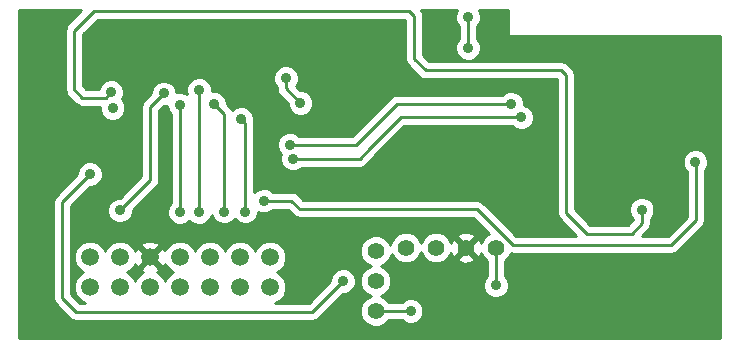
<source format=gbl>
G04 #@! TF.FileFunction,Copper,L4,Bot,Signal*
%FSLAX46Y46*%
G04 Gerber Fmt 4.6, Leading zero omitted, Abs format (unit mm)*
G04 Created by KiCad (PCBNEW (2014-11-02 BZR 5250)-product) date 2/2/2015 7:49:39 PM*
%MOMM*%
G01*
G04 APERTURE LIST*
%ADD10C,0.100000*%
%ADD11C,1.397000*%
%ADD12C,1.506220*%
%ADD13C,0.889000*%
%ADD14C,0.254000*%
G04 APERTURE END LIST*
D10*
D11*
X168447400Y-96956400D03*
X168447400Y-94416400D03*
X168457400Y-91876400D03*
D12*
X159496600Y-92406000D03*
X159496600Y-94946000D03*
X156956600Y-92406000D03*
X156956600Y-94946000D03*
X154416600Y-92406000D03*
X154416600Y-94946000D03*
X151876600Y-92406000D03*
X151876600Y-94946000D03*
X149336600Y-92406000D03*
X149336600Y-94946000D03*
X146796600Y-92406000D03*
X146796600Y-94946000D03*
X144256600Y-92406000D03*
X144256600Y-94946000D03*
D11*
X171013600Y-91587000D03*
X173553600Y-91587000D03*
X176093600Y-91597000D03*
X178633600Y-91597000D03*
D13*
X144246600Y-85369400D03*
X165684200Y-94437200D03*
X146037300Y-78435200D03*
X190969900Y-88379300D03*
X195503800Y-84353400D03*
X146177000Y-79806800D03*
X158991300Y-87617300D03*
X180771800Y-80568800D03*
X161442400Y-84048600D03*
X179882800Y-79400400D03*
X161188400Y-82880200D03*
X162077400Y-79349600D03*
X160832800Y-77241400D03*
X157048200Y-80721200D03*
X157403800Y-88544400D03*
X154762200Y-79451200D03*
X155625800Y-88544400D03*
X153492200Y-78232000D03*
X153492200Y-88595200D03*
X151866600Y-79502000D03*
X151866600Y-88595200D03*
X176276000Y-74676000D03*
X176276000Y-72085200D03*
X150495000Y-78536800D03*
X146786600Y-88442800D03*
X149339300Y-88620600D03*
X176093120Y-94813120D03*
X163271200Y-78574900D03*
X145719800Y-76250800D03*
X141732000Y-85191600D03*
X149987000Y-73533000D03*
X195630800Y-81788000D03*
X195478400Y-74549000D03*
X180174900Y-85458300D03*
X193738500Y-87274400D03*
X189788800Y-87020400D03*
X186182000Y-86702900D03*
X179412900Y-74574400D03*
X171411900Y-96951800D03*
X178628040Y-94787720D03*
D14*
X144246600Y-85369400D02*
X141884400Y-87731600D01*
X141884400Y-87731600D02*
X141884400Y-95859600D01*
X141884400Y-95859600D02*
X143052800Y-97028000D01*
X143052800Y-97028000D02*
X163093400Y-97028000D01*
X163093400Y-97028000D02*
X165684200Y-94437200D01*
X184569100Y-77000100D02*
X184150000Y-76581000D01*
X184150000Y-76581000D02*
X172681900Y-76581000D01*
X172681900Y-76581000D02*
X171729400Y-75628500D01*
X145580100Y-78892400D02*
X146037300Y-78435200D01*
X143598900Y-78892400D02*
X145580100Y-78892400D01*
X142887700Y-78181200D02*
X143598900Y-78892400D01*
X142887700Y-73215500D02*
X142887700Y-78181200D01*
X144576800Y-71526400D02*
X142887700Y-73215500D01*
X171259500Y-71526400D02*
X144576800Y-71526400D01*
X171729400Y-71996300D02*
X171259500Y-71526400D01*
X171729400Y-75628500D02*
X171729400Y-71996300D01*
X184569100Y-88658700D02*
X184569100Y-77622400D01*
X186309000Y-90398600D02*
X184569100Y-88658700D01*
X190106300Y-90398600D02*
X186309000Y-90398600D01*
X190982600Y-89522300D02*
X190106300Y-90398600D01*
X190982600Y-88392000D02*
X190982600Y-89522300D01*
X190969900Y-88379300D02*
X190982600Y-88392000D01*
X184569100Y-77622400D02*
X184569100Y-77000100D01*
X195503800Y-84353400D02*
X195529200Y-84378800D01*
X195529200Y-84378800D02*
X195529200Y-89281000D01*
X195529200Y-89281000D02*
X193471800Y-91338400D01*
X180949600Y-91338400D02*
X180924200Y-91338400D01*
X193471800Y-91338400D02*
X180949600Y-91338400D01*
X180035200Y-91338400D02*
X178269900Y-89573100D01*
X161302700Y-87617300D02*
X158991300Y-87617300D01*
X162001200Y-88315800D02*
X161302700Y-87617300D01*
X177012600Y-88315800D02*
X162001200Y-88315800D01*
X178269900Y-89573100D02*
X177012600Y-88315800D01*
X180949600Y-91338400D02*
X180035200Y-91338400D01*
X170561000Y-80568800D02*
X167970200Y-83159600D01*
X167081200Y-84048600D02*
X161442400Y-84048600D01*
X167970200Y-83159600D02*
X167081200Y-84048600D01*
X180771800Y-80568800D02*
X170561000Y-80568800D01*
X170256200Y-79400400D02*
X167792400Y-81864200D01*
X166776400Y-82880200D02*
X161188400Y-82880200D01*
X167792400Y-81864200D02*
X166776400Y-82880200D01*
X179882800Y-79400400D02*
X170256200Y-79400400D01*
X162077400Y-79349600D02*
X160832800Y-78105000D01*
X160832800Y-78105000D02*
X160832800Y-77241400D01*
X157048200Y-80721200D02*
X157403800Y-81076800D01*
X157403800Y-81076800D02*
X157403800Y-88544400D01*
X154762200Y-79451200D02*
X155625800Y-80314800D01*
X155625800Y-80314800D02*
X155625800Y-88544400D01*
X153492200Y-78232000D02*
X153492200Y-88595200D01*
X151866600Y-79502000D02*
X151866600Y-88595200D01*
X176276000Y-74676000D02*
X176276000Y-72085200D01*
X150495000Y-78536800D02*
X149377400Y-79654400D01*
X149377400Y-79654400D02*
X149377400Y-85852000D01*
X149377400Y-85852000D02*
X146786600Y-88442800D01*
X141732000Y-85191600D02*
X141757400Y-85191600D01*
X189788800Y-87020400D02*
X189839600Y-86969600D01*
X189839600Y-86969600D02*
X189839600Y-86956900D01*
X168447400Y-96956400D02*
X171407300Y-96956400D01*
X171407300Y-96956400D02*
X171411900Y-96951800D01*
X178633600Y-91597000D02*
X178633600Y-94782160D01*
X178633600Y-94782160D02*
X178628040Y-94787720D01*
G36*
X197586600Y-99263200D02*
X176848183Y-99263200D01*
X176848183Y-92531188D01*
X176093600Y-91776605D01*
X175913995Y-91956210D01*
X175913995Y-91597000D01*
X175159412Y-90842417D01*
X174923800Y-90904071D01*
X174827417Y-91177911D01*
X174684746Y-90832620D01*
X174309953Y-90457173D01*
X173820013Y-90253732D01*
X173289514Y-90253269D01*
X172799220Y-90455854D01*
X172423773Y-90830647D01*
X172283506Y-91168446D01*
X172144746Y-90832620D01*
X171769953Y-90457173D01*
X171280013Y-90253732D01*
X170749514Y-90253269D01*
X170259220Y-90455854D01*
X169883773Y-90830647D01*
X169680332Y-91320587D01*
X169680311Y-91344109D01*
X169588546Y-91122020D01*
X169213753Y-90746573D01*
X168723813Y-90543132D01*
X168193314Y-90542669D01*
X167703020Y-90745254D01*
X167327573Y-91120047D01*
X167124132Y-91609987D01*
X167123669Y-92140486D01*
X167326254Y-92630780D01*
X167701047Y-93006227D01*
X168033858Y-93144422D01*
X167693020Y-93285254D01*
X167317573Y-93660047D01*
X167114132Y-94149987D01*
X167113669Y-94680486D01*
X167316254Y-95170780D01*
X167691047Y-95546227D01*
X168028846Y-95686493D01*
X167693020Y-95825254D01*
X167317573Y-96200047D01*
X167114132Y-96689987D01*
X167113669Y-97220486D01*
X167316254Y-97710780D01*
X167691047Y-98086227D01*
X168180987Y-98289668D01*
X168711486Y-98290131D01*
X169201780Y-98087546D01*
X169571570Y-97718400D01*
X170651850Y-97718400D01*
X170799614Y-97866422D01*
X171196232Y-98031113D01*
X171625684Y-98031487D01*
X172022589Y-97867489D01*
X172326522Y-97564086D01*
X172491213Y-97167468D01*
X172491587Y-96738016D01*
X172327589Y-96341111D01*
X172024186Y-96037178D01*
X171627568Y-95872487D01*
X171198116Y-95872113D01*
X170801211Y-96036111D01*
X170642645Y-96194400D01*
X169570939Y-96194400D01*
X169203753Y-95826573D01*
X168865953Y-95686306D01*
X169201780Y-95547546D01*
X169577227Y-95172753D01*
X169780668Y-94682813D01*
X169781131Y-94152314D01*
X169578546Y-93662020D01*
X169203753Y-93286573D01*
X168870941Y-93148377D01*
X169211780Y-93007546D01*
X169587227Y-92632753D01*
X169790668Y-92142813D01*
X169790688Y-92119290D01*
X169882454Y-92341380D01*
X170257247Y-92716827D01*
X170747187Y-92920268D01*
X171277686Y-92920731D01*
X171767980Y-92718146D01*
X172143427Y-92343353D01*
X172283693Y-92005553D01*
X172422454Y-92341380D01*
X172797247Y-92716827D01*
X173287187Y-92920268D01*
X173817686Y-92920731D01*
X174307980Y-92718146D01*
X174683427Y-92343353D01*
X174814839Y-92026875D01*
X174923800Y-92289929D01*
X175159412Y-92351583D01*
X175913995Y-91597000D01*
X175913995Y-91956210D01*
X175339017Y-92531188D01*
X175400671Y-92766800D01*
X175901080Y-92942927D01*
X176430799Y-92914148D01*
X176786529Y-92766800D01*
X176848183Y-92531188D01*
X176848183Y-99263200D01*
X166763887Y-99263200D01*
X166763887Y-94223416D01*
X166599889Y-93826511D01*
X166296486Y-93522578D01*
X165899868Y-93357887D01*
X165470416Y-93357513D01*
X165073511Y-93521511D01*
X164769578Y-93824914D01*
X164604887Y-94221532D01*
X164604697Y-94439071D01*
X162777769Y-96266000D01*
X159936922Y-96266000D01*
X160281874Y-96123469D01*
X160672696Y-95733328D01*
X160884469Y-95223324D01*
X160884951Y-94671099D01*
X160674069Y-94160726D01*
X160283928Y-93769904D01*
X160057857Y-93676030D01*
X160281874Y-93583469D01*
X160672696Y-93193328D01*
X160884469Y-92683324D01*
X160884951Y-92131099D01*
X160674069Y-91620726D01*
X160283928Y-91229904D01*
X159773924Y-91018131D01*
X159221699Y-91017649D01*
X158711326Y-91228531D01*
X158320504Y-91618672D01*
X158226630Y-91844742D01*
X158134069Y-91620726D01*
X157743928Y-91229904D01*
X157233924Y-91018131D01*
X156681699Y-91017649D01*
X156171326Y-91228531D01*
X155780504Y-91618672D01*
X155686630Y-91844742D01*
X155594069Y-91620726D01*
X155203928Y-91229904D01*
X154693924Y-91018131D01*
X154141699Y-91017649D01*
X153631326Y-91228531D01*
X153240504Y-91618672D01*
X153146630Y-91844742D01*
X153054069Y-91620726D01*
X152663928Y-91229904D01*
X152153924Y-91018131D01*
X151601699Y-91017649D01*
X151091326Y-91228531D01*
X150700504Y-91618672D01*
X150613217Y-91828880D01*
X150551635Y-91680207D01*
X150310372Y-91611834D01*
X150130766Y-91791439D01*
X150130766Y-91432228D01*
X150062393Y-91190965D01*
X149542172Y-91005704D01*
X148990654Y-91033627D01*
X148610807Y-91190965D01*
X148542434Y-91432228D01*
X149336600Y-92226395D01*
X150130766Y-91432228D01*
X150130766Y-91791439D01*
X149516205Y-92406000D01*
X150310372Y-93200166D01*
X150551635Y-93131793D01*
X150608535Y-92972015D01*
X150699131Y-93191274D01*
X151089272Y-93582096D01*
X151315342Y-93675969D01*
X151091326Y-93768531D01*
X150700504Y-94158672D01*
X150606630Y-94384742D01*
X150514069Y-94160726D01*
X150123928Y-93769904D01*
X149913719Y-93682617D01*
X150062393Y-93621035D01*
X150130766Y-93379772D01*
X149336600Y-92585605D01*
X148542434Y-93379772D01*
X148610807Y-93621035D01*
X148770584Y-93677935D01*
X148551326Y-93768531D01*
X148160504Y-94158672D01*
X148066630Y-94384742D01*
X147974069Y-94160726D01*
X147583928Y-93769904D01*
X147357857Y-93676030D01*
X147581874Y-93583469D01*
X147972696Y-93193328D01*
X148059982Y-92983119D01*
X148121565Y-93131793D01*
X148362828Y-93200166D01*
X149156995Y-92406000D01*
X148362828Y-91611834D01*
X148121565Y-91680207D01*
X148064664Y-91839984D01*
X147974069Y-91620726D01*
X147583928Y-91229904D01*
X147073924Y-91018131D01*
X146521699Y-91017649D01*
X146011326Y-91228531D01*
X145620504Y-91618672D01*
X145526630Y-91844742D01*
X145434069Y-91620726D01*
X145043928Y-91229904D01*
X144533924Y-91018131D01*
X143981699Y-91017649D01*
X143471326Y-91228531D01*
X143080504Y-91618672D01*
X142868731Y-92128676D01*
X142868249Y-92680901D01*
X143079131Y-93191274D01*
X143469272Y-93582096D01*
X143695342Y-93675969D01*
X143471326Y-93768531D01*
X143080504Y-94158672D01*
X142868731Y-94668676D01*
X142868249Y-95220901D01*
X143079131Y-95731274D01*
X143469272Y-96122096D01*
X143815829Y-96266000D01*
X143368429Y-96266000D01*
X142646400Y-95543970D01*
X142646400Y-88047230D01*
X144244731Y-86448899D01*
X144460384Y-86449087D01*
X144857289Y-86285089D01*
X145161222Y-85981686D01*
X145325913Y-85585068D01*
X145326287Y-85155616D01*
X145162289Y-84758711D01*
X144858886Y-84454778D01*
X144462268Y-84290087D01*
X144032816Y-84289713D01*
X143635911Y-84453711D01*
X143331978Y-84757114D01*
X143167287Y-85153732D01*
X143167097Y-85371271D01*
X141345585Y-87192785D01*
X141180404Y-87439995D01*
X141122400Y-87731600D01*
X141122400Y-95859600D01*
X141180404Y-96151205D01*
X141345585Y-96398415D01*
X142513985Y-97566815D01*
X142761195Y-97731996D01*
X143052800Y-97790000D01*
X163093400Y-97790000D01*
X163093400Y-97789999D01*
X163385004Y-97731996D01*
X163385005Y-97731996D01*
X163632215Y-97566815D01*
X165682331Y-95516699D01*
X165897984Y-95516887D01*
X166294889Y-95352889D01*
X166598822Y-95049486D01*
X166763513Y-94652868D01*
X166763887Y-94223416D01*
X166763887Y-99263200D01*
X138277490Y-99263200D01*
X138253485Y-71513543D01*
X143518451Y-71507118D01*
X142348885Y-72676685D01*
X142183704Y-72923895D01*
X142125700Y-73215500D01*
X142125700Y-78181200D01*
X142183704Y-78472805D01*
X142348885Y-78720015D01*
X143060085Y-79431216D01*
X143208276Y-79530234D01*
X143307295Y-79596396D01*
X143307296Y-79596396D01*
X143598900Y-79654400D01*
X145097631Y-79654400D01*
X145097313Y-80020584D01*
X145261311Y-80417489D01*
X145564714Y-80721422D01*
X145961332Y-80886113D01*
X146390784Y-80886487D01*
X146787689Y-80722489D01*
X147091622Y-80419086D01*
X147256313Y-80022468D01*
X147256687Y-79593016D01*
X147092689Y-79196111D01*
X146948115Y-79051285D01*
X146951922Y-79047486D01*
X147116613Y-78650868D01*
X147116987Y-78221416D01*
X146952989Y-77824511D01*
X146649586Y-77520578D01*
X146252968Y-77355887D01*
X145823516Y-77355513D01*
X145426611Y-77519511D01*
X145122678Y-77822914D01*
X144994998Y-78130400D01*
X143914530Y-78130400D01*
X143649700Y-77865569D01*
X143649700Y-73531130D01*
X144892430Y-72288400D01*
X170943870Y-72288400D01*
X170967400Y-72311930D01*
X170967400Y-75628500D01*
X171025404Y-75920105D01*
X171190585Y-76167315D01*
X172143084Y-77119815D01*
X172143085Y-77119815D01*
X172390295Y-77284996D01*
X172681900Y-77343000D01*
X183807100Y-77343000D01*
X183807100Y-77622400D01*
X183807100Y-88658700D01*
X183865104Y-88950305D01*
X184030285Y-89197515D01*
X185409170Y-90576400D01*
X181851487Y-90576400D01*
X181851487Y-80355016D01*
X181687489Y-79958111D01*
X181384086Y-79654178D01*
X180987468Y-79489487D01*
X180962223Y-79489465D01*
X180962487Y-79186616D01*
X180798489Y-78789711D01*
X180495086Y-78485778D01*
X180098468Y-78321087D01*
X179669016Y-78320713D01*
X179272111Y-78484711D01*
X179118153Y-78638400D01*
X170256200Y-78638400D01*
X169964595Y-78696404D01*
X169717384Y-78861585D01*
X167253585Y-81325385D01*
X166460770Y-82118200D01*
X163157087Y-82118200D01*
X163157087Y-79135816D01*
X162993089Y-78738911D01*
X162689686Y-78434978D01*
X162293068Y-78270287D01*
X162075528Y-78270097D01*
X161703230Y-77897800D01*
X161747422Y-77853686D01*
X161912113Y-77457068D01*
X161912487Y-77027616D01*
X161748489Y-76630711D01*
X161445086Y-76326778D01*
X161048468Y-76162087D01*
X160619016Y-76161713D01*
X160222111Y-76325711D01*
X159918178Y-76629114D01*
X159753487Y-77025732D01*
X159753113Y-77455184D01*
X159917111Y-77852089D01*
X160070800Y-78006046D01*
X160070800Y-78105000D01*
X160128804Y-78396605D01*
X160293985Y-78643815D01*
X160997900Y-79347731D01*
X160997713Y-79563384D01*
X161161711Y-79960289D01*
X161465114Y-80264222D01*
X161861732Y-80428913D01*
X162291184Y-80429287D01*
X162688089Y-80265289D01*
X162992022Y-79961886D01*
X163156713Y-79565268D01*
X163157087Y-79135816D01*
X163157087Y-82118200D01*
X161953041Y-82118200D01*
X161800686Y-81965578D01*
X161404068Y-81800887D01*
X160974616Y-81800513D01*
X160577711Y-81964511D01*
X160273778Y-82267914D01*
X160109087Y-82664532D01*
X160108713Y-83093984D01*
X160272711Y-83490889D01*
X160436843Y-83655308D01*
X160363087Y-83832932D01*
X160362713Y-84262384D01*
X160526711Y-84659289D01*
X160830114Y-84963222D01*
X161226732Y-85127913D01*
X161656184Y-85128287D01*
X162053089Y-84964289D01*
X162207046Y-84810600D01*
X167081200Y-84810600D01*
X167081200Y-84810599D01*
X167372804Y-84752596D01*
X167372805Y-84752596D01*
X167620015Y-84587415D01*
X168509015Y-83698415D01*
X170876630Y-81330800D01*
X180007158Y-81330800D01*
X180159514Y-81483422D01*
X180556132Y-81648113D01*
X180985584Y-81648487D01*
X181382489Y-81484489D01*
X181686422Y-81181086D01*
X181851113Y-80784468D01*
X181851487Y-80355016D01*
X181851487Y-90576400D01*
X180949600Y-90576400D01*
X180924200Y-90576400D01*
X180350830Y-90576400D01*
X178808718Y-89034288D01*
X178808716Y-89034285D01*
X177551415Y-87776985D01*
X177304205Y-87611804D01*
X177012600Y-87553800D01*
X162316830Y-87553800D01*
X161841515Y-87078485D01*
X161594305Y-86913304D01*
X161302700Y-86855300D01*
X159755941Y-86855300D01*
X159603586Y-86702678D01*
X159206968Y-86537987D01*
X158777516Y-86537613D01*
X158380611Y-86701611D01*
X158165800Y-86916047D01*
X158165800Y-81076800D01*
X158127558Y-80884549D01*
X158127558Y-80884547D01*
X158127887Y-80507416D01*
X157963889Y-80110511D01*
X157660486Y-79806578D01*
X157263868Y-79641887D01*
X156834416Y-79641513D01*
X156437511Y-79805511D01*
X156285642Y-79957114D01*
X156164615Y-79775985D01*
X155841699Y-79453069D01*
X155841887Y-79237416D01*
X155677889Y-78840511D01*
X155374486Y-78536578D01*
X154977868Y-78371887D01*
X154571579Y-78371533D01*
X154571887Y-78018216D01*
X154407889Y-77621311D01*
X154104486Y-77317378D01*
X153707868Y-77152687D01*
X153278416Y-77152313D01*
X152881511Y-77316311D01*
X152577578Y-77619714D01*
X152412887Y-78016332D01*
X152412513Y-78445784D01*
X152469389Y-78583434D01*
X152082268Y-78422687D01*
X151652816Y-78422313D01*
X151574572Y-78454642D01*
X151574687Y-78323016D01*
X151410689Y-77926111D01*
X151107286Y-77622178D01*
X150710668Y-77457487D01*
X150281216Y-77457113D01*
X149884311Y-77621111D01*
X149580378Y-77924514D01*
X149415687Y-78321132D01*
X149415497Y-78538672D01*
X148838585Y-79115585D01*
X148673404Y-79362795D01*
X148615400Y-79654400D01*
X148615400Y-85536369D01*
X146788468Y-87363300D01*
X146572816Y-87363113D01*
X146175911Y-87527111D01*
X145871978Y-87830514D01*
X145707287Y-88227132D01*
X145706913Y-88656584D01*
X145870911Y-89053489D01*
X146174314Y-89357422D01*
X146570932Y-89522113D01*
X147000384Y-89522487D01*
X147397289Y-89358489D01*
X147701222Y-89055086D01*
X147865913Y-88658468D01*
X147866102Y-88440927D01*
X149916215Y-86390816D01*
X149916215Y-86390815D01*
X150081396Y-86143605D01*
X150139399Y-85852000D01*
X150139400Y-85852000D01*
X150139400Y-79970030D01*
X150493130Y-79616299D01*
X150708784Y-79616487D01*
X150787027Y-79584157D01*
X150786913Y-79715784D01*
X150950911Y-80112689D01*
X151104600Y-80266646D01*
X151104600Y-87830558D01*
X150951978Y-87982914D01*
X150787287Y-88379532D01*
X150786913Y-88808984D01*
X150950911Y-89205889D01*
X151254314Y-89509822D01*
X151650932Y-89674513D01*
X152080384Y-89674887D01*
X152477289Y-89510889D01*
X152679486Y-89309044D01*
X152879914Y-89509822D01*
X153276532Y-89674513D01*
X153705984Y-89674887D01*
X154102889Y-89510889D01*
X154406822Y-89207486D01*
X154569692Y-88815251D01*
X154710111Y-89155089D01*
X155013514Y-89459022D01*
X155410132Y-89623713D01*
X155839584Y-89624087D01*
X156236489Y-89460089D01*
X156515019Y-89182044D01*
X156791514Y-89459022D01*
X157188132Y-89623713D01*
X157617584Y-89624087D01*
X158014489Y-89460089D01*
X158318422Y-89156686D01*
X158483113Y-88760068D01*
X158483273Y-88575214D01*
X158775632Y-88696613D01*
X159205084Y-88696987D01*
X159601989Y-88532989D01*
X159755946Y-88379300D01*
X160987070Y-88379300D01*
X161462385Y-88854615D01*
X161709595Y-89019796D01*
X162001200Y-89077800D01*
X176696969Y-89077800D01*
X177731085Y-90111916D01*
X177731088Y-90111918D01*
X178024850Y-90405680D01*
X177879220Y-90465854D01*
X177503773Y-90840647D01*
X177370286Y-91162118D01*
X177263400Y-90904071D01*
X177027788Y-90842417D01*
X176848183Y-91022022D01*
X176848183Y-90662812D01*
X176786529Y-90427200D01*
X176286120Y-90251073D01*
X175756401Y-90279852D01*
X175400671Y-90427200D01*
X175339017Y-90662812D01*
X176093600Y-91417395D01*
X176848183Y-90662812D01*
X176848183Y-91022022D01*
X176273205Y-91597000D01*
X177027788Y-92351583D01*
X177263400Y-92289929D01*
X177361683Y-92010688D01*
X177502454Y-92351380D01*
X177871600Y-92721170D01*
X177871600Y-94017527D01*
X177713418Y-94175434D01*
X177548727Y-94572052D01*
X177548353Y-95001504D01*
X177712351Y-95398409D01*
X178015754Y-95702342D01*
X178412372Y-95867033D01*
X178841824Y-95867407D01*
X179238729Y-95703409D01*
X179542662Y-95400006D01*
X179707353Y-95003388D01*
X179707727Y-94573936D01*
X179543729Y-94177031D01*
X179395600Y-94028643D01*
X179395600Y-92720539D01*
X179763427Y-92353353D01*
X179881183Y-92069764D01*
X180035200Y-92100400D01*
X180924200Y-92100400D01*
X180949600Y-92100400D01*
X193471800Y-92100400D01*
X193471800Y-92100399D01*
X193763404Y-92042396D01*
X193763405Y-92042396D01*
X194010615Y-91877215D01*
X196068015Y-89819815D01*
X196233196Y-89572605D01*
X196233196Y-89572604D01*
X196291199Y-89281000D01*
X196291200Y-89281000D01*
X196291200Y-85092686D01*
X196418422Y-84965686D01*
X196583113Y-84569068D01*
X196583487Y-84139616D01*
X196419489Y-83742711D01*
X196116086Y-83438778D01*
X195719468Y-83274087D01*
X195290016Y-83273713D01*
X194893111Y-83437711D01*
X194589178Y-83741114D01*
X194424487Y-84137732D01*
X194424113Y-84567184D01*
X194588111Y-84964089D01*
X194767200Y-85143490D01*
X194767200Y-88965370D01*
X193156170Y-90576400D01*
X191006130Y-90576400D01*
X191521415Y-90061116D01*
X191521415Y-90061115D01*
X191686596Y-89813905D01*
X191744599Y-89522300D01*
X191744600Y-89522300D01*
X191744600Y-89131264D01*
X191884522Y-88991586D01*
X192049213Y-88594968D01*
X192049587Y-88165516D01*
X191885589Y-87768611D01*
X191582186Y-87464678D01*
X191185568Y-87299987D01*
X190756116Y-87299613D01*
X190359211Y-87463611D01*
X190055278Y-87767014D01*
X189890587Y-88163632D01*
X189890213Y-88593084D01*
X190054211Y-88989989D01*
X190220600Y-89156668D01*
X190220600Y-89206669D01*
X189790669Y-89636600D01*
X186624630Y-89636600D01*
X185331100Y-88343070D01*
X185331100Y-77622400D01*
X185331100Y-77000100D01*
X185273096Y-76708496D01*
X185273096Y-76708495D01*
X185107915Y-76461285D01*
X184688815Y-76042185D01*
X184441605Y-75877004D01*
X184150000Y-75819000D01*
X172997530Y-75819000D01*
X172491400Y-75312869D01*
X172491400Y-71996300D01*
X172433396Y-71704696D01*
X172433396Y-71704695D01*
X172277930Y-71472024D01*
X175366043Y-71468256D01*
X175361378Y-71472914D01*
X175196687Y-71869532D01*
X175196313Y-72298984D01*
X175360311Y-72695889D01*
X175514000Y-72849846D01*
X175514000Y-73911358D01*
X175361378Y-74063714D01*
X175196687Y-74460332D01*
X175196313Y-74889784D01*
X175360311Y-75286689D01*
X175663714Y-75590622D01*
X176060332Y-75755313D01*
X176489784Y-75755687D01*
X176886689Y-75591689D01*
X177190622Y-75288286D01*
X177355313Y-74891668D01*
X177355687Y-74462216D01*
X177191689Y-74065311D01*
X177038000Y-73911353D01*
X177038000Y-72849841D01*
X177190622Y-72697486D01*
X177355313Y-72300868D01*
X177355687Y-71871416D01*
X177191689Y-71474511D01*
X177183231Y-71466039D01*
X179628800Y-71463055D01*
X179628800Y-73660000D01*
X197586600Y-73660000D01*
X197586600Y-99263200D01*
X197586600Y-99263200D01*
G37*
X197586600Y-99263200D02*
X176848183Y-99263200D01*
X176848183Y-92531188D01*
X176093600Y-91776605D01*
X175913995Y-91956210D01*
X175913995Y-91597000D01*
X175159412Y-90842417D01*
X174923800Y-90904071D01*
X174827417Y-91177911D01*
X174684746Y-90832620D01*
X174309953Y-90457173D01*
X173820013Y-90253732D01*
X173289514Y-90253269D01*
X172799220Y-90455854D01*
X172423773Y-90830647D01*
X172283506Y-91168446D01*
X172144746Y-90832620D01*
X171769953Y-90457173D01*
X171280013Y-90253732D01*
X170749514Y-90253269D01*
X170259220Y-90455854D01*
X169883773Y-90830647D01*
X169680332Y-91320587D01*
X169680311Y-91344109D01*
X169588546Y-91122020D01*
X169213753Y-90746573D01*
X168723813Y-90543132D01*
X168193314Y-90542669D01*
X167703020Y-90745254D01*
X167327573Y-91120047D01*
X167124132Y-91609987D01*
X167123669Y-92140486D01*
X167326254Y-92630780D01*
X167701047Y-93006227D01*
X168033858Y-93144422D01*
X167693020Y-93285254D01*
X167317573Y-93660047D01*
X167114132Y-94149987D01*
X167113669Y-94680486D01*
X167316254Y-95170780D01*
X167691047Y-95546227D01*
X168028846Y-95686493D01*
X167693020Y-95825254D01*
X167317573Y-96200047D01*
X167114132Y-96689987D01*
X167113669Y-97220486D01*
X167316254Y-97710780D01*
X167691047Y-98086227D01*
X168180987Y-98289668D01*
X168711486Y-98290131D01*
X169201780Y-98087546D01*
X169571570Y-97718400D01*
X170651850Y-97718400D01*
X170799614Y-97866422D01*
X171196232Y-98031113D01*
X171625684Y-98031487D01*
X172022589Y-97867489D01*
X172326522Y-97564086D01*
X172491213Y-97167468D01*
X172491587Y-96738016D01*
X172327589Y-96341111D01*
X172024186Y-96037178D01*
X171627568Y-95872487D01*
X171198116Y-95872113D01*
X170801211Y-96036111D01*
X170642645Y-96194400D01*
X169570939Y-96194400D01*
X169203753Y-95826573D01*
X168865953Y-95686306D01*
X169201780Y-95547546D01*
X169577227Y-95172753D01*
X169780668Y-94682813D01*
X169781131Y-94152314D01*
X169578546Y-93662020D01*
X169203753Y-93286573D01*
X168870941Y-93148377D01*
X169211780Y-93007546D01*
X169587227Y-92632753D01*
X169790668Y-92142813D01*
X169790688Y-92119290D01*
X169882454Y-92341380D01*
X170257247Y-92716827D01*
X170747187Y-92920268D01*
X171277686Y-92920731D01*
X171767980Y-92718146D01*
X172143427Y-92343353D01*
X172283693Y-92005553D01*
X172422454Y-92341380D01*
X172797247Y-92716827D01*
X173287187Y-92920268D01*
X173817686Y-92920731D01*
X174307980Y-92718146D01*
X174683427Y-92343353D01*
X174814839Y-92026875D01*
X174923800Y-92289929D01*
X175159412Y-92351583D01*
X175913995Y-91597000D01*
X175913995Y-91956210D01*
X175339017Y-92531188D01*
X175400671Y-92766800D01*
X175901080Y-92942927D01*
X176430799Y-92914148D01*
X176786529Y-92766800D01*
X176848183Y-92531188D01*
X176848183Y-99263200D01*
X166763887Y-99263200D01*
X166763887Y-94223416D01*
X166599889Y-93826511D01*
X166296486Y-93522578D01*
X165899868Y-93357887D01*
X165470416Y-93357513D01*
X165073511Y-93521511D01*
X164769578Y-93824914D01*
X164604887Y-94221532D01*
X164604697Y-94439071D01*
X162777769Y-96266000D01*
X159936922Y-96266000D01*
X160281874Y-96123469D01*
X160672696Y-95733328D01*
X160884469Y-95223324D01*
X160884951Y-94671099D01*
X160674069Y-94160726D01*
X160283928Y-93769904D01*
X160057857Y-93676030D01*
X160281874Y-93583469D01*
X160672696Y-93193328D01*
X160884469Y-92683324D01*
X160884951Y-92131099D01*
X160674069Y-91620726D01*
X160283928Y-91229904D01*
X159773924Y-91018131D01*
X159221699Y-91017649D01*
X158711326Y-91228531D01*
X158320504Y-91618672D01*
X158226630Y-91844742D01*
X158134069Y-91620726D01*
X157743928Y-91229904D01*
X157233924Y-91018131D01*
X156681699Y-91017649D01*
X156171326Y-91228531D01*
X155780504Y-91618672D01*
X155686630Y-91844742D01*
X155594069Y-91620726D01*
X155203928Y-91229904D01*
X154693924Y-91018131D01*
X154141699Y-91017649D01*
X153631326Y-91228531D01*
X153240504Y-91618672D01*
X153146630Y-91844742D01*
X153054069Y-91620726D01*
X152663928Y-91229904D01*
X152153924Y-91018131D01*
X151601699Y-91017649D01*
X151091326Y-91228531D01*
X150700504Y-91618672D01*
X150613217Y-91828880D01*
X150551635Y-91680207D01*
X150310372Y-91611834D01*
X150130766Y-91791439D01*
X150130766Y-91432228D01*
X150062393Y-91190965D01*
X149542172Y-91005704D01*
X148990654Y-91033627D01*
X148610807Y-91190965D01*
X148542434Y-91432228D01*
X149336600Y-92226395D01*
X150130766Y-91432228D01*
X150130766Y-91791439D01*
X149516205Y-92406000D01*
X150310372Y-93200166D01*
X150551635Y-93131793D01*
X150608535Y-92972015D01*
X150699131Y-93191274D01*
X151089272Y-93582096D01*
X151315342Y-93675969D01*
X151091326Y-93768531D01*
X150700504Y-94158672D01*
X150606630Y-94384742D01*
X150514069Y-94160726D01*
X150123928Y-93769904D01*
X149913719Y-93682617D01*
X150062393Y-93621035D01*
X150130766Y-93379772D01*
X149336600Y-92585605D01*
X148542434Y-93379772D01*
X148610807Y-93621035D01*
X148770584Y-93677935D01*
X148551326Y-93768531D01*
X148160504Y-94158672D01*
X148066630Y-94384742D01*
X147974069Y-94160726D01*
X147583928Y-93769904D01*
X147357857Y-93676030D01*
X147581874Y-93583469D01*
X147972696Y-93193328D01*
X148059982Y-92983119D01*
X148121565Y-93131793D01*
X148362828Y-93200166D01*
X149156995Y-92406000D01*
X148362828Y-91611834D01*
X148121565Y-91680207D01*
X148064664Y-91839984D01*
X147974069Y-91620726D01*
X147583928Y-91229904D01*
X147073924Y-91018131D01*
X146521699Y-91017649D01*
X146011326Y-91228531D01*
X145620504Y-91618672D01*
X145526630Y-91844742D01*
X145434069Y-91620726D01*
X145043928Y-91229904D01*
X144533924Y-91018131D01*
X143981699Y-91017649D01*
X143471326Y-91228531D01*
X143080504Y-91618672D01*
X142868731Y-92128676D01*
X142868249Y-92680901D01*
X143079131Y-93191274D01*
X143469272Y-93582096D01*
X143695342Y-93675969D01*
X143471326Y-93768531D01*
X143080504Y-94158672D01*
X142868731Y-94668676D01*
X142868249Y-95220901D01*
X143079131Y-95731274D01*
X143469272Y-96122096D01*
X143815829Y-96266000D01*
X143368429Y-96266000D01*
X142646400Y-95543970D01*
X142646400Y-88047230D01*
X144244731Y-86448899D01*
X144460384Y-86449087D01*
X144857289Y-86285089D01*
X145161222Y-85981686D01*
X145325913Y-85585068D01*
X145326287Y-85155616D01*
X145162289Y-84758711D01*
X144858886Y-84454778D01*
X144462268Y-84290087D01*
X144032816Y-84289713D01*
X143635911Y-84453711D01*
X143331978Y-84757114D01*
X143167287Y-85153732D01*
X143167097Y-85371271D01*
X141345585Y-87192785D01*
X141180404Y-87439995D01*
X141122400Y-87731600D01*
X141122400Y-95859600D01*
X141180404Y-96151205D01*
X141345585Y-96398415D01*
X142513985Y-97566815D01*
X142761195Y-97731996D01*
X143052800Y-97790000D01*
X163093400Y-97790000D01*
X163093400Y-97789999D01*
X163385004Y-97731996D01*
X163385005Y-97731996D01*
X163632215Y-97566815D01*
X165682331Y-95516699D01*
X165897984Y-95516887D01*
X166294889Y-95352889D01*
X166598822Y-95049486D01*
X166763513Y-94652868D01*
X166763887Y-94223416D01*
X166763887Y-99263200D01*
X138277490Y-99263200D01*
X138253485Y-71513543D01*
X143518451Y-71507118D01*
X142348885Y-72676685D01*
X142183704Y-72923895D01*
X142125700Y-73215500D01*
X142125700Y-78181200D01*
X142183704Y-78472805D01*
X142348885Y-78720015D01*
X143060085Y-79431216D01*
X143208276Y-79530234D01*
X143307295Y-79596396D01*
X143307296Y-79596396D01*
X143598900Y-79654400D01*
X145097631Y-79654400D01*
X145097313Y-80020584D01*
X145261311Y-80417489D01*
X145564714Y-80721422D01*
X145961332Y-80886113D01*
X146390784Y-80886487D01*
X146787689Y-80722489D01*
X147091622Y-80419086D01*
X147256313Y-80022468D01*
X147256687Y-79593016D01*
X147092689Y-79196111D01*
X146948115Y-79051285D01*
X146951922Y-79047486D01*
X147116613Y-78650868D01*
X147116987Y-78221416D01*
X146952989Y-77824511D01*
X146649586Y-77520578D01*
X146252968Y-77355887D01*
X145823516Y-77355513D01*
X145426611Y-77519511D01*
X145122678Y-77822914D01*
X144994998Y-78130400D01*
X143914530Y-78130400D01*
X143649700Y-77865569D01*
X143649700Y-73531130D01*
X144892430Y-72288400D01*
X170943870Y-72288400D01*
X170967400Y-72311930D01*
X170967400Y-75628500D01*
X171025404Y-75920105D01*
X171190585Y-76167315D01*
X172143084Y-77119815D01*
X172143085Y-77119815D01*
X172390295Y-77284996D01*
X172681900Y-77343000D01*
X183807100Y-77343000D01*
X183807100Y-77622400D01*
X183807100Y-88658700D01*
X183865104Y-88950305D01*
X184030285Y-89197515D01*
X185409170Y-90576400D01*
X181851487Y-90576400D01*
X181851487Y-80355016D01*
X181687489Y-79958111D01*
X181384086Y-79654178D01*
X180987468Y-79489487D01*
X180962223Y-79489465D01*
X180962487Y-79186616D01*
X180798489Y-78789711D01*
X180495086Y-78485778D01*
X180098468Y-78321087D01*
X179669016Y-78320713D01*
X179272111Y-78484711D01*
X179118153Y-78638400D01*
X170256200Y-78638400D01*
X169964595Y-78696404D01*
X169717384Y-78861585D01*
X167253585Y-81325385D01*
X166460770Y-82118200D01*
X163157087Y-82118200D01*
X163157087Y-79135816D01*
X162993089Y-78738911D01*
X162689686Y-78434978D01*
X162293068Y-78270287D01*
X162075528Y-78270097D01*
X161703230Y-77897800D01*
X161747422Y-77853686D01*
X161912113Y-77457068D01*
X161912487Y-77027616D01*
X161748489Y-76630711D01*
X161445086Y-76326778D01*
X161048468Y-76162087D01*
X160619016Y-76161713D01*
X160222111Y-76325711D01*
X159918178Y-76629114D01*
X159753487Y-77025732D01*
X159753113Y-77455184D01*
X159917111Y-77852089D01*
X160070800Y-78006046D01*
X160070800Y-78105000D01*
X160128804Y-78396605D01*
X160293985Y-78643815D01*
X160997900Y-79347731D01*
X160997713Y-79563384D01*
X161161711Y-79960289D01*
X161465114Y-80264222D01*
X161861732Y-80428913D01*
X162291184Y-80429287D01*
X162688089Y-80265289D01*
X162992022Y-79961886D01*
X163156713Y-79565268D01*
X163157087Y-79135816D01*
X163157087Y-82118200D01*
X161953041Y-82118200D01*
X161800686Y-81965578D01*
X161404068Y-81800887D01*
X160974616Y-81800513D01*
X160577711Y-81964511D01*
X160273778Y-82267914D01*
X160109087Y-82664532D01*
X160108713Y-83093984D01*
X160272711Y-83490889D01*
X160436843Y-83655308D01*
X160363087Y-83832932D01*
X160362713Y-84262384D01*
X160526711Y-84659289D01*
X160830114Y-84963222D01*
X161226732Y-85127913D01*
X161656184Y-85128287D01*
X162053089Y-84964289D01*
X162207046Y-84810600D01*
X167081200Y-84810600D01*
X167081200Y-84810599D01*
X167372804Y-84752596D01*
X167372805Y-84752596D01*
X167620015Y-84587415D01*
X168509015Y-83698415D01*
X170876630Y-81330800D01*
X180007158Y-81330800D01*
X180159514Y-81483422D01*
X180556132Y-81648113D01*
X180985584Y-81648487D01*
X181382489Y-81484489D01*
X181686422Y-81181086D01*
X181851113Y-80784468D01*
X181851487Y-80355016D01*
X181851487Y-90576400D01*
X180949600Y-90576400D01*
X180924200Y-90576400D01*
X180350830Y-90576400D01*
X178808718Y-89034288D01*
X178808716Y-89034285D01*
X177551415Y-87776985D01*
X177304205Y-87611804D01*
X177012600Y-87553800D01*
X162316830Y-87553800D01*
X161841515Y-87078485D01*
X161594305Y-86913304D01*
X161302700Y-86855300D01*
X159755941Y-86855300D01*
X159603586Y-86702678D01*
X159206968Y-86537987D01*
X158777516Y-86537613D01*
X158380611Y-86701611D01*
X158165800Y-86916047D01*
X158165800Y-81076800D01*
X158127558Y-80884549D01*
X158127558Y-80884547D01*
X158127887Y-80507416D01*
X157963889Y-80110511D01*
X157660486Y-79806578D01*
X157263868Y-79641887D01*
X156834416Y-79641513D01*
X156437511Y-79805511D01*
X156285642Y-79957114D01*
X156164615Y-79775985D01*
X155841699Y-79453069D01*
X155841887Y-79237416D01*
X155677889Y-78840511D01*
X155374486Y-78536578D01*
X154977868Y-78371887D01*
X154571579Y-78371533D01*
X154571887Y-78018216D01*
X154407889Y-77621311D01*
X154104486Y-77317378D01*
X153707868Y-77152687D01*
X153278416Y-77152313D01*
X152881511Y-77316311D01*
X152577578Y-77619714D01*
X152412887Y-78016332D01*
X152412513Y-78445784D01*
X152469389Y-78583434D01*
X152082268Y-78422687D01*
X151652816Y-78422313D01*
X151574572Y-78454642D01*
X151574687Y-78323016D01*
X151410689Y-77926111D01*
X151107286Y-77622178D01*
X150710668Y-77457487D01*
X150281216Y-77457113D01*
X149884311Y-77621111D01*
X149580378Y-77924514D01*
X149415687Y-78321132D01*
X149415497Y-78538672D01*
X148838585Y-79115585D01*
X148673404Y-79362795D01*
X148615400Y-79654400D01*
X148615400Y-85536369D01*
X146788468Y-87363300D01*
X146572816Y-87363113D01*
X146175911Y-87527111D01*
X145871978Y-87830514D01*
X145707287Y-88227132D01*
X145706913Y-88656584D01*
X145870911Y-89053489D01*
X146174314Y-89357422D01*
X146570932Y-89522113D01*
X147000384Y-89522487D01*
X147397289Y-89358489D01*
X147701222Y-89055086D01*
X147865913Y-88658468D01*
X147866102Y-88440927D01*
X149916215Y-86390816D01*
X149916215Y-86390815D01*
X150081396Y-86143605D01*
X150139399Y-85852000D01*
X150139400Y-85852000D01*
X150139400Y-79970030D01*
X150493130Y-79616299D01*
X150708784Y-79616487D01*
X150787027Y-79584157D01*
X150786913Y-79715784D01*
X150950911Y-80112689D01*
X151104600Y-80266646D01*
X151104600Y-87830558D01*
X150951978Y-87982914D01*
X150787287Y-88379532D01*
X150786913Y-88808984D01*
X150950911Y-89205889D01*
X151254314Y-89509822D01*
X151650932Y-89674513D01*
X152080384Y-89674887D01*
X152477289Y-89510889D01*
X152679486Y-89309044D01*
X152879914Y-89509822D01*
X153276532Y-89674513D01*
X153705984Y-89674887D01*
X154102889Y-89510889D01*
X154406822Y-89207486D01*
X154569692Y-88815251D01*
X154710111Y-89155089D01*
X155013514Y-89459022D01*
X155410132Y-89623713D01*
X155839584Y-89624087D01*
X156236489Y-89460089D01*
X156515019Y-89182044D01*
X156791514Y-89459022D01*
X157188132Y-89623713D01*
X157617584Y-89624087D01*
X158014489Y-89460089D01*
X158318422Y-89156686D01*
X158483113Y-88760068D01*
X158483273Y-88575214D01*
X158775632Y-88696613D01*
X159205084Y-88696987D01*
X159601989Y-88532989D01*
X159755946Y-88379300D01*
X160987070Y-88379300D01*
X161462385Y-88854615D01*
X161709595Y-89019796D01*
X162001200Y-89077800D01*
X176696969Y-89077800D01*
X177731085Y-90111916D01*
X177731088Y-90111918D01*
X178024850Y-90405680D01*
X177879220Y-90465854D01*
X177503773Y-90840647D01*
X177370286Y-91162118D01*
X177263400Y-90904071D01*
X177027788Y-90842417D01*
X176848183Y-91022022D01*
X176848183Y-90662812D01*
X176786529Y-90427200D01*
X176286120Y-90251073D01*
X175756401Y-90279852D01*
X175400671Y-90427200D01*
X175339017Y-90662812D01*
X176093600Y-91417395D01*
X176848183Y-90662812D01*
X176848183Y-91022022D01*
X176273205Y-91597000D01*
X177027788Y-92351583D01*
X177263400Y-92289929D01*
X177361683Y-92010688D01*
X177502454Y-92351380D01*
X177871600Y-92721170D01*
X177871600Y-94017527D01*
X177713418Y-94175434D01*
X177548727Y-94572052D01*
X177548353Y-95001504D01*
X177712351Y-95398409D01*
X178015754Y-95702342D01*
X178412372Y-95867033D01*
X178841824Y-95867407D01*
X179238729Y-95703409D01*
X179542662Y-95400006D01*
X179707353Y-95003388D01*
X179707727Y-94573936D01*
X179543729Y-94177031D01*
X179395600Y-94028643D01*
X179395600Y-92720539D01*
X179763427Y-92353353D01*
X179881183Y-92069764D01*
X180035200Y-92100400D01*
X180924200Y-92100400D01*
X180949600Y-92100400D01*
X193471800Y-92100400D01*
X193471800Y-92100399D01*
X193763404Y-92042396D01*
X193763405Y-92042396D01*
X194010615Y-91877215D01*
X196068015Y-89819815D01*
X196233196Y-89572605D01*
X196233196Y-89572604D01*
X196291199Y-89281000D01*
X196291200Y-89281000D01*
X196291200Y-85092686D01*
X196418422Y-84965686D01*
X196583113Y-84569068D01*
X196583487Y-84139616D01*
X196419489Y-83742711D01*
X196116086Y-83438778D01*
X195719468Y-83274087D01*
X195290016Y-83273713D01*
X194893111Y-83437711D01*
X194589178Y-83741114D01*
X194424487Y-84137732D01*
X194424113Y-84567184D01*
X194588111Y-84964089D01*
X194767200Y-85143490D01*
X194767200Y-88965370D01*
X193156170Y-90576400D01*
X191006130Y-90576400D01*
X191521415Y-90061116D01*
X191521415Y-90061115D01*
X191686596Y-89813905D01*
X191744599Y-89522300D01*
X191744600Y-89522300D01*
X191744600Y-89131264D01*
X191884522Y-88991586D01*
X192049213Y-88594968D01*
X192049587Y-88165516D01*
X191885589Y-87768611D01*
X191582186Y-87464678D01*
X191185568Y-87299987D01*
X190756116Y-87299613D01*
X190359211Y-87463611D01*
X190055278Y-87767014D01*
X189890587Y-88163632D01*
X189890213Y-88593084D01*
X190054211Y-88989989D01*
X190220600Y-89156668D01*
X190220600Y-89206669D01*
X189790669Y-89636600D01*
X186624630Y-89636600D01*
X185331100Y-88343070D01*
X185331100Y-77622400D01*
X185331100Y-77000100D01*
X185273096Y-76708496D01*
X185273096Y-76708495D01*
X185107915Y-76461285D01*
X184688815Y-76042185D01*
X184441605Y-75877004D01*
X184150000Y-75819000D01*
X172997530Y-75819000D01*
X172491400Y-75312869D01*
X172491400Y-71996300D01*
X172433396Y-71704696D01*
X172433396Y-71704695D01*
X172277930Y-71472024D01*
X175366043Y-71468256D01*
X175361378Y-71472914D01*
X175196687Y-71869532D01*
X175196313Y-72298984D01*
X175360311Y-72695889D01*
X175514000Y-72849846D01*
X175514000Y-73911358D01*
X175361378Y-74063714D01*
X175196687Y-74460332D01*
X175196313Y-74889784D01*
X175360311Y-75286689D01*
X175663714Y-75590622D01*
X176060332Y-75755313D01*
X176489784Y-75755687D01*
X176886689Y-75591689D01*
X177190622Y-75288286D01*
X177355313Y-74891668D01*
X177355687Y-74462216D01*
X177191689Y-74065311D01*
X177038000Y-73911353D01*
X177038000Y-72849841D01*
X177190622Y-72697486D01*
X177355313Y-72300868D01*
X177355687Y-71871416D01*
X177191689Y-71474511D01*
X177183231Y-71466039D01*
X179628800Y-71463055D01*
X179628800Y-73660000D01*
X197586600Y-73660000D01*
X197586600Y-99263200D01*
M02*

</source>
